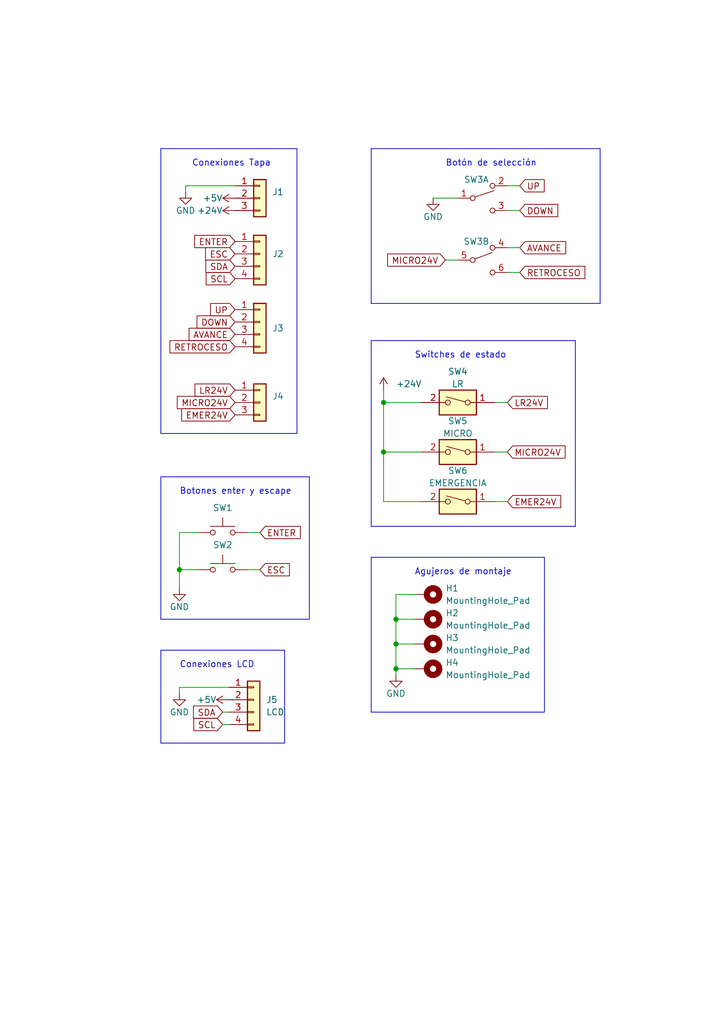
<source format=kicad_sch>
(kicad_sch (version 20211123) (generator eeschema)
  (paper "A5" portrait)
  (title_block (title "Anexo III: Esquemático placa de la tapa"))
  (lib_symbols
    (symbol "Connector_Generic:Conn_01x03" (pin_names (offset 1.016) hide)
      (property "Reference" "J" (at 0 5.08 0))
      (property "Value" "Conn_01x03" (at 0 -5.08 0))
      (symbol "Conn_01x03_1_1"
        (rectangle (start -1.27 -2.413) (end 0 -2.667) (stroke (width 0.1524)))
        (rectangle (start -1.27 0.127) (end 0 -0.127) (stroke (width 0.1524)))
        (rectangle (start -1.27 2.667) (end 0 2.413) (stroke (width 0.1524)))
        (rectangle (start -1.27 3.81) (end 1.27 -3.81) (stroke (width 0.254)) (fill (type background)))
        (pin passive line (at -5.08 2.54 0) (length 3.81) (name "Pin_1") (number "1"))
        (pin passive line (at -5.08 0 0) (length 3.81) (name "Pin_2") (number "2"))
        (pin passive line (at -5.08 -2.54 0) (length 3.81) (name "Pin_3") (number "3"))
      )
    )
    (symbol "Connector_Generic:Conn_01x04" (pin_names (offset 1.016) hide)
      (property "Reference" "J" (at 0 5.08 0))
      (property "Value" "Conn_01x04" (at 0 -7.62 0))
      (symbol "Conn_01x04_1_1"
        (rectangle (start -1.27 -4.953) (end 0 -5.207) (stroke (width 0.1524)))
        (rectangle (start -1.27 -2.413) (end 0 -2.667) (stroke (width 0.1524)))
        (rectangle (start -1.27 0.127) (end 0 -0.127) (stroke (width 0.1524)))
        (rectangle (start -1.27 2.667) (end 0 2.413) (stroke (width 0.1524)))
        (rectangle (start -1.27 3.81) (end 1.27 -6.35) (stroke (width 0.254)) (fill (type background)))
        (pin passive line (at -5.08 2.54 0) (length 3.81) (name "Pin_1") (number "1"))
        (pin passive line (at -5.08 0 0) (length 3.81) (name "Pin_2") (number "2"))
        (pin passive line (at -5.08 -2.54 0) (length 3.81) (name "Pin_3") (number "3"))
        (pin passive line (at -5.08 -5.08 0) (length 3.81) (name "Pin_4") (number "4"))
      )
    )
    (symbol "Mechanical:MountingHole_Pad" (pin_numbers hide) (pin_names (offset 1.016) hide)
      (property "Reference" "H" (at 0 6.35 0))
      (property "Value" "MountingHole_Pad" (at 0 4.445 0))
      (symbol "MountingHole_Pad_0_1"
        (circle (center 0 1.27) (radius 1.27) (stroke (width 1.27)))
      )
      (symbol "MountingHole_Pad_1_1"
        (pin input line (at 0 -2.54 90) (length 2.54) (name "1") (number "1"))
      )
    )
    (symbol "SW_DPDT_x2_1" (pin_names (offset 0) hide)
      (property "Reference" "SW3" (at -1.27 3.81 0))
      (symbol "SW_DPDT_x2_1_0_0"
        (circle (center -2.032 0) (radius 0.508))
        (circle (center 2.032 -2.54) (radius 0.508))
      )
      (symbol "SW_DPDT_x2_1_0_1"
        (polyline (pts (xy -1.524 0.254) (xy 2.255 1.5072)))
        (circle (center 2.032 2.54) (radius 0.508))
      )
      (symbol "SW_DPDT_x2_1_1_1"
        (pin passive line (at -5.08 0 0) (length 2.54) (name "B") (number "1"))
        (pin passive line (at 5.08 2.54 180) (length 2.54) (name "A") (number "2"))
        (pin passive line (at 5.08 -2.54 180) (length 2.54) (name "C") (number "3"))
      )
      (symbol "SW_DPDT_x2_1_2_1"
        (pin passive line (at 5.08 2.54 180) (length 2.54) (name "A") (number "4"))
        (pin passive line (at -5.08 0 0) (length 2.54) (name "B") (number "5"))
        (pin passive line (at 5.08 -2.54 180) (length 2.54) (name "C") (number "6"))
      )
    )
    (symbol "Switch:SW_DIP_x01" (pin_names (offset 0) hide)
      (property "Reference" "SW" (at 0 3.81 0))
      (property "Value" "SW_DIP_x01" (at 0 -3.81 0))
      (symbol "SW_DIP_x01_0_0"
        (circle (center -2.032 0) (radius 0.508))
        (polyline (pts (xy -1.524 0.127) (xy 2.3622 1.1684)))
        (circle (center 2.032 0) (radius 0.508))
      )
      (symbol "SW_DIP_x01_0_1"
        (rectangle (start -3.81 2.54) (end 3.81 -2.54) (stroke (width 0.254)) (fill (type background)))
      )
      (symbol "SW_DIP_x01_1_1"
        (pin passive line (at -7.62 0 0) (length 5.08) (name "~") (number "1"))
        (pin passive line (at 7.62 0 180) (length 5.08) (name "~") (number "2"))
      )
    )
    (symbol "Switch:SW_DPDT_x2" (pin_names (offset 0) hide)
      (symbol "SW_DPDT_x2_0_0"
        (circle (center -2.032 0) (radius 0.508))
        (circle (center 2.032 -2.54) (radius 0.508))
      )
      (symbol "SW_DPDT_x2_0_1"
        (polyline (pts (xy -1.524 0.254) (xy 1.9261 1.5189)))
        (circle (center 2.032 2.54) (radius 0.508))
      )
      (symbol "SW_DPDT_x2_1_1"
        (pin passive line (at 5.08 2.54 180) (length 2.54) (name "A") (number "1"))
        (pin passive line (at -5.08 0 0) (length 2.54) (name "B") (number "2"))
        (pin passive line (at 5.08 -2.54 180) (length 2.54) (name "C") (number "3"))
      )
      (symbol "SW_DPDT_x2_2_1"
        (pin passive line (at 5.08 2.54 180) (length 2.54) (name "A") (number "4"))
        (pin passive line (at -5.08 0 0) (length 2.54) (name "B") (number "5"))
        (pin passive line (at 5.08 -2.54 180) (length 2.54) (name "C") (number "6"))
      )
    )
    (symbol "Switch:SW_Push" (pin_numbers hide) (pin_names (offset 1.016) hide)
      (property "Reference" "SW" (at 1.27 2.54 0))
      (property "Value" "SW_Push" (at 0 -1.524 0))
      (symbol "SW_Push_0_1"
        (circle (center -2.032 0) (radius 0.508))
        (polyline (pts (xy 0 1.27) (xy 0 3.048)))
        (polyline (pts (xy 2.54 1.27) (xy -2.54 1.27)))
        (circle (center 2.032 0) (radius 0.508))
        (pin passive line (at -5.08 0 0) (length 2.54) (name "1") (number "1"))
        (pin passive line (at 5.08 0 180) (length 2.54) (name "2") (number "2"))
      )
    )
    (symbol "power:+24V" (power) (pin_names (offset 0))
      (property "Value" "+24V" (at 0 3.556 0))
      (symbol "+24V_0_1"
        (polyline (pts (xy -0.762 1.27) (xy 0 2.54)))
        (polyline (pts (xy 0 0) (xy 0 2.54)))
        (polyline (pts (xy 0 2.54) (xy 0.762 1.27)))
      )
      (symbol "+24V_1_1"
        (pin power_in line (at 0 0 90) (length 0) hide (name "+24V") (number "1"))
      )
    )
    (symbol "power:+5V" (power) (pin_names (offset 0))
      (property "Value" "+5V" (at 0 3.556 0))
      (symbol "+5V_0_1"
        (polyline (pts (xy -0.762 1.27) (xy 0 2.54)))
        (polyline (pts (xy 0 0) (xy 0 2.54)))
        (polyline (pts (xy 0 2.54) (xy 0.762 1.27)))
      )
      (symbol "+5V_1_1"
        (pin power_in line (at 0 0 90) (length 0) hide (name "+5V") (number "1"))
      )
    )
    (symbol "power:GND" (power) (pin_names (offset 0))
      (property "Value" "GND" (at 0 -3.81 0))
      (symbol "GND_0_1"
        (polyline (pts (xy 0 0) (xy 0 -1.27) (xy 1.27 -1.27) (xy 0 -2.54) (xy -1.27 -1.27) (xy 0 -1.27)))
      )
      (symbol "GND_1_1"
        (pin power_in line (at 0 0 270) (length 0) hide (name "GND") (number "1"))
      )
    )
  )
  (junction (at 78.74 82.55))
  (junction (at 81.28 137.16))
  (junction (at 36.83 116.84))
  (junction (at 81.28 132.08))
  (junction (at 81.28 127))
  (junction (at 78.74 92.71))
  (polyline (pts (xy 58.42 152.4) (xy 33.02 152.4)) (stroke (width 0) (type solid)))
  (wire (pts (xy 36.83 116.84) (xy 36.83 120.65)))
  (polyline (pts (xy 63.5 127) (xy 33.02 127)) (stroke (width 0) (type solid)))
  (polyline (pts (xy 118.11 107.95) (xy 76.2 107.95)) (stroke (width 0) (type solid)))
  (polyline (pts (xy 118.11 69.85) (xy 118.11 107.95)) (stroke (width 0) (type solid)))
  (polyline (pts (xy 33.02 152.4) (xy 33.02 133.35)) (stroke (width 0) (type solid)))
  (polyline (pts (xy 76.2 107.95) (xy 76.2 69.85)) (stroke (width 0) (type solid)))
  (polyline (pts (xy 76.2 69.85) (xy 118.11 69.85)) (stroke (width 0) (type solid)))
  (wire (pts (xy 104.14 43.18) (xy 106.68 43.18)))
  (wire (pts (xy 36.83 140.97) (xy 36.83 142.24)))
  (wire (pts (xy 81.28 127) (xy 81.28 132.08)))
  (polyline (pts (xy 123.19 30.48) (xy 123.19 62.23)) (stroke (width 0) (type solid)))
  (wire (pts (xy 86.36 102.87) (xy 78.74 102.87)))
  (polyline (pts (xy 76.2 146.05) (xy 76.2 114.3)) (stroke (width 0) (type solid)))
  (wire (pts (xy 81.28 132.08) (xy 81.28 137.16)))
  (polyline (pts (xy 123.19 62.23) (xy 76.2 62.23)) (stroke (width 0) (type solid)))
  (wire (pts (xy 38.1 38.1) (xy 38.1 39.37)))
  (wire (pts (xy 40.64 109.22) (xy 36.83 109.22)))
  (polyline (pts (xy 63.5 97.79) (xy 63.5 127)) (stroke (width 0) (type solid)))
  (wire (pts (xy 104.14 38.1) (xy 106.68 38.1)))
  (polyline (pts (xy 33.02 97.79) (xy 63.5 97.79)) (stroke (width 0) (type solid)))
  (polyline (pts (xy 60.96 30.48) (xy 60.96 88.9)) (stroke (width 0) (type solid)))
  (wire (pts (xy 88.9 40.64) (xy 93.98 40.64)))
  (wire (pts (xy 78.74 82.55) (xy 78.74 80.01)))
  (polyline (pts (xy 76.2 114.3) (xy 111.76 114.3)) (stroke (width 0) (type solid)))
  (wire (pts (xy 50.8 109.22) (xy 53.34 109.22)))
  (polyline (pts (xy 76.2 62.23) (xy 76.2 30.48)) (stroke (width 0) (type solid)))
  (wire (pts (xy 46.99 140.97) (xy 36.83 140.97)))
  (wire (pts (xy 104.14 55.88) (xy 106.68 55.88)))
  (wire (pts (xy 85.09 132.08) (xy 81.28 132.08)))
  (polyline (pts (xy 33.02 30.48) (xy 60.96 30.48)) (stroke (width 0) (type solid)))
  (wire (pts (xy 91.44 53.34) (xy 93.98 53.34)))
  (wire (pts (xy 38.1 38.1) (xy 48.26 38.1)))
  (polyline (pts (xy 58.42 133.35) (xy 58.42 152.4)) (stroke (width 0) (type solid)))
  (wire (pts (xy 45.72 148.59) (xy 46.99 148.59)))
  (wire (pts (xy 101.6 82.55) (xy 104.14 82.55)))
  (wire (pts (xy 36.83 109.22) (xy 36.83 116.84)))
  (wire (pts (xy 101.6 92.71) (xy 104.14 92.71)))
  (wire (pts (xy 81.28 121.92) (xy 81.28 127)))
  (polyline (pts (xy 111.76 146.05) (xy 76.2 146.05)) (stroke (width 0) (type solid)))
  (polyline (pts (xy 76.2 30.48) (xy 123.19 30.48)) (stroke (width 0) (type solid)))
  (wire (pts (xy 81.28 138.43) (xy 81.28 137.16)))
  (wire (pts (xy 85.09 121.92) (xy 81.28 121.92)))
  (wire (pts (xy 101.6 102.87) (xy 104.14 102.87)))
  (wire (pts (xy 50.8 116.84) (xy 53.34 116.84)))
  (wire (pts (xy 78.74 92.71) (xy 78.74 102.87)))
  (polyline (pts (xy 60.96 88.9) (xy 33.02 88.9)) (stroke (width 0) (type solid)))
  (polyline (pts (xy 33.02 127) (xy 33.02 97.79)) (stroke (width 0) (type solid)))
  (wire (pts (xy 78.74 92.71) (xy 86.36 92.71)))
  (wire (pts (xy 45.72 146.05) (xy 46.99 146.05)))
  (wire (pts (xy 81.28 137.16) (xy 85.09 137.16)))
  (wire (pts (xy 78.74 82.55) (xy 86.36 82.55)))
  (polyline (pts (xy 33.02 133.35) (xy 58.42 133.35)) (stroke (width 0) (type solid)))
  (wire (pts (xy 40.64 116.84) (xy 36.83 116.84)))
  (wire (pts (xy 104.14 50.8) (xy 106.68 50.8)))
  (polyline (pts (xy 111.76 114.3) (xy 111.76 146.05)) (stroke (width 0) (type solid)))
  (wire (pts (xy 78.74 92.71) (xy 78.74 82.55)))
  (wire (pts (xy 85.09 127) (xy 81.28 127)))
  (polyline (pts (xy 33.02 88.9) (xy 33.02 30.48)) (stroke (width 0) (type solid)))
  (text "Botones enter y escape" (at 36.83 101.6 0) (effects (font (size 1.27 1.27)) (justify left bottom)))
  (text "Botón de selección" (at 91.44 34.29 0) (effects (font (size 1.27 1.27)) (justify left bottom)))
  (text "Conexiones LCD" (at 36.83 137.16 0) (effects (font (size 1.27 1.27)) (justify left bottom)))
  (text "Agujeros de montaje" (at 85.09 118.11 0) (effects (font (size 1.27 1.27)) (justify left bottom)))
  (text "Conexiones Tapa" (at 39.37 34.29 0) (effects (font (size 1.27 1.27)) (justify left bottom)))
  (text "Switches de estado" (at 85.09 73.66 0) (effects (font (size 1.27 1.27)) (justify left bottom)))
  (global_label "UP" (shape input) (at 48.26 63.5 180) (property "Intersheet References" "${INTERSHEET_REFS}" (effects hide)))
  (global_label "DOWN" (shape input) (at 48.26 66.04 180) (property "Intersheet References" "${INTERSHEET_REFS}" (effects hide)))
  (global_label "MICRO24V" (shape input) (at 104.14 92.71 0) (property "Intersheet References" "${INTERSHEET_REFS}" (effects hide)))
  (global_label "MICRO24V" (shape input) (at 48.26 82.55 180) (property "Intersheet References" "${INTERSHEET_REFS}" (effects hide)))
  (global_label "DOWN" (shape input) (at 106.68 43.18 0) (property "Intersheet References" "${INTERSHEET_REFS}" (effects hide)))
  (global_label "SDA" (shape input) (at 45.72 146.05 180) (property "Intersheet References" "${INTERSHEET_REFS}" (effects hide)))
  (global_label "LR24V" (shape input) (at 48.26 80.01 180) (property "Intersheet References" "${INTERSHEET_REFS}" (effects hide)))
  (global_label "LR24V" (shape input) (at 104.14 82.55 0) (property "Intersheet References" "${INTERSHEET_REFS}" (effects hide)))
  (global_label "ENTER" (shape input) (at 48.26 49.53 180) (property "Intersheet References" "${INTERSHEET_REFS}" (effects hide)))
  (global_label "ESC" (shape input) (at 53.34 116.84 0) (property "Intersheet References" "${INTERSHEET_REFS}" (effects hide)))
  (global_label "ENTER" (shape input) (at 53.34 109.22 0) (property "Intersheet References" "${INTERSHEET_REFS}" (effects hide)))
  (global_label "EMER24V" (shape input) (at 48.26 85.09 180) (property "Intersheet References" "${INTERSHEET_REFS}" (effects hide)))
  (global_label "RETROCESO" (shape input) (at 48.26 71.12 180) (property "Intersheet References" "${INTERSHEET_REFS}" (effects hide)))
  (global_label "AVANCE" (shape input) (at 48.26 68.58 180) (property "Intersheet References" "${INTERSHEET_REFS}" (effects hide)))
  (global_label "EMER24V" (shape input) (at 104.14 102.87 0) (property "Intersheet References" "${INTERSHEET_REFS}" (effects hide)))
  (global_label "MICRO24V" (shape input) (at 91.44 53.34 180) (property "Intersheet References" "${INTERSHEET_REFS}" (effects hide)))
  (global_label "SCL" (shape input) (at 48.26 57.15 180) (property "Intersheet References" "${INTERSHEET_REFS}" (effects hide)))
  (global_label "SDA" (shape input) (at 48.26 54.61 180) (property "Intersheet References" "${INTERSHEET_REFS}" (effects hide)))
  (global_label "AVANCE" (shape input) (at 106.68 50.8 0) (property "Intersheet References" "${INTERSHEET_REFS}" (effects hide)))
  (global_label "UP" (shape input) (at 106.68 38.1 0) (property "Intersheet References" "${INTERSHEET_REFS}" (effects hide)))
  (global_label "RETROCESO" (shape input) (at 106.68 55.88 0) (property "Intersheet References" "${INTERSHEET_REFS}" (effects hide)))
  (global_label "SCL" (shape input) (at 45.72 148.59 180) (property "Intersheet References" "${INTERSHEET_REFS}" (effects hide)))
  (global_label "ESC" (shape input) (at 48.26 52.07 180) (property "Intersheet References" "${INTERSHEET_REFS}" (effects hide)))
  (symbol (lib_id "Mechanical:MountingHole_Pad") (at 87.63 132.08 270) (unit 1)
    (property "Reference" "H3" (at 91.44 130.8099 90) (effects (justify left)))
    (property "Value" "MountingHole_Pad" (at 91.44 133.3499 90) (effects (justify left)))
    (property "Footprint" "MountingHole:MountingHole_3.2mm_M3_DIN965_Pad" (effects hide))
  )
  (symbol (lib_id "power:GND") (at 38.1 39.37 0) (unit 1)
    (property "Reference" "#PWR0105" (effects hide))
    (property "Value" "GND" (at 38.1 43.18 0))
  )
  (symbol (lib_id "power:+5V") (at 48.26 40.64 90) (unit 1)
    (property "Reference" "#PWR0107" (effects hide))
    (property "Value" "+5V" (at 45.72 40.64 90) (effects (justify left)))
  )
  (symbol (lib_id "power:+24V") (at 48.26 43.18 90) (unit 1)
    (property "Reference" "#PWR0106" (effects hide))
    (property "Value" "+24V" (at 45.72 43.18 90) (effects (justify left)))
  )
  (symbol (lib_id "Switch:SW_DIP_x01") (at 93.98 82.55 0) (mirror y) (unit 1)
    (property "Reference" "SW4" (at 93.98 76.2 0))
    (property "Value" "LR" (at 93.98 78.74 0))
    (property "Footprint" "TerminalBlock_TE-Connectivity:TerminalBlock_TE_282834-2_1x02_P2.54mm_Horizontal" (effects hide))
  )
  (symbol (lib_id "power:GND") (at 36.83 142.24 0) (unit 1)
    (property "Reference" "#PWR0102" (effects hide))
    (property "Value" "GND" (at 36.83 146.05 0))
  )
  (symbol (lib_id "Mechanical:MountingHole_Pad") (at 87.63 121.92 270) (unit 1)
    (property "Reference" "H1" (at 91.44 120.6499 90) (effects (justify left)))
    (property "Value" "MountingHole_Pad" (at 91.44 123.1899 90) (effects (justify left)))
    (property "Footprint" "MountingHole:MountingHole_3.2mm_M3_DIN965_Pad" (effects hide))
  )
  (symbol (lib_id "power:GND") (at 88.9 40.64 0) (unit 1)
    (property "Reference" "#PWR0104" (effects hide))
    (property "Value" "GND" (at 88.9 44.45 0))
  )
  (symbol (lib_id "Switch:SW_DIP_x01") (at 93.98 102.87 0) (mirror y) (unit 1)
    (property "Reference" "SW6" (at 93.98 96.52 0))
    (property "Value" "EMERGENCIA" (at 93.98 99.06 0))
    (property "Footprint" "TerminalBlock_TE-Connectivity:TerminalBlock_TE_282834-2_1x02_P2.54mm_Horizontal" (effects hide))
  )
  (symbol (lib_id "Switch:SW_DIP_x01") (at 93.98 92.71 0) (mirror y) (unit 1)
    (property "Reference" "SW5" (at 93.98 86.36 0))
    (property "Value" "MICRO" (at 93.98 88.9 0))
    (property "Footprint" "TerminalBlock_TE-Connectivity:TerminalBlock_TE_282834-2_1x02_P2.54mm_Horizontal" (effects hide))
  )
  (symbol (lib_id "Connector_Generic:Conn_01x03") (at 53.34 82.55 0) (unit 1)
    (property "Reference" "J4" (at 55.88 81.2799 0) (effects (justify left)))
    (property "Value" "Conn_01x03" (effects hide))
    (property "Footprint" "TerminalBlock_TE-Connectivity:TerminalBlock_TE_282834-3_1x03_P2.54mm_Horizontal" (effects hide))
  )
  (symbol (lib_name "SW_DPDT_x2_1") (lib_id "Switch:SW_DPDT_x2") (at 99.06 40.64 0) (unit 1)
    (property "Reference" "SW3" (at 97.79 36.83 0))
    (property "Value" "Botón Selección" (effects hide))
    (property "Footprint" "TerminalBlock_TE-Connectivity:TerminalBlock_TE_282834-6_1x06_P2.54mm_Horizontal" (effects hide))
  )
  (symbol (lib_id "Connector_Generic:Conn_01x04") (at 53.34 52.07 0) (unit 1)
    (property "Reference" "J2" (at 55.88 52.0699 0) (effects (justify left)))
    (property "Value" "Conn_01x04" (effects hide))
    (property "Footprint" "TerminalBlock_TE-Connectivity:TerminalBlock_TE_282834-4_1x04_P2.54mm_Horizontal" (effects hide))
  )
  (symbol (lib_id "Switch:SW_DPDT_x2") (at 99.06 53.34 0) (unit 2)
    (property "Reference" "SW3" (at 97.79 49.53 0))
    (property "Value" "Botón Selección" (effects hide))
    (property "Footprint" "TerminalBlock_TE-Connectivity:TerminalBlock_TE_282834-6_1x06_P2.54mm_Horizontal" (effects hide))
  )
  (symbol (lib_id "power:GND") (at 36.83 120.65 0) (unit 1)
    (property "Reference" "#PWR0101" (effects hide))
    (property "Value" "GND" (at 36.83 124.46 0))
  )
  (symbol (lib_id "Mechanical:MountingHole_Pad") (at 87.63 127 270) (unit 1)
    (property "Reference" "H2" (at 91.44 125.7299 90) (effects (justify left)))
    (property "Value" "MountingHole_Pad" (at 91.44 128.2699 90) (effects (justify left)))
    (property "Footprint" "MountingHole:MountingHole_3.2mm_M3_DIN965_Pad" (effects hide))
  )
  (symbol (lib_id "Connector_Generic:Conn_01x03") (at 53.34 40.64 0) (unit 1)
    (property "Reference" "J1" (at 55.88 39.3699 0) (effects (justify left)))
    (property "Value" "Conn_01x03" (effects hide))
    (property "Footprint" "TerminalBlock_TE-Connectivity:TerminalBlock_TE_282834-3_1x03_P2.54mm_Horizontal" (effects hide))
  )
  (symbol (lib_id "power:+24V") (at 78.74 80.01 0) (unit 1)
    (property "Reference" "#PWR0108" (effects hide))
    (property "Value" "+24V" (at 81.28 78.7399 0) (effects (justify left)))
  )
  (symbol (lib_id "Switch:SW_Push") (at 45.72 109.22 0) (unit 1)
    (property "Reference" "SW1" (at 45.72 104.14 0))
    (property "Value" "Enter" (effects hide))
    (property "Footprint" "Button_Switch_THT:SW_PUSH_6mm_H8mm" (effects hide))
  )
  (symbol (lib_id "power:+5V") (at 46.99 143.51 90) (unit 1)
    (property "Reference" "#PWR0103" (effects hide))
    (property "Value" "+5V" (at 44.45 143.51 90) (effects (justify left)))
  )
  (symbol (lib_id "Switch:SW_Push") (at 45.72 116.84 0) (unit 1)
    (property "Reference" "SW2" (at 45.72 111.76 0))
    (property "Value" "ESC" (effects hide))
    (property "Footprint" "Button_Switch_THT:SW_PUSH_6mm_H8mm" (effects hide))
  )
  (symbol (lib_id "Mechanical:MountingHole_Pad") (at 87.63 137.16 270) (unit 1)
    (property "Reference" "H4" (at 91.44 135.8899 90) (effects (justify left)))
    (property "Value" "MountingHole_Pad" (at 91.44 138.4299 90) (effects (justify left)))
    (property "Footprint" "MountingHole:MountingHole_3.2mm_M3_DIN965_Pad" (effects hide))
  )
  (symbol (lib_id "Connector_Generic:Conn_01x04") (at 53.34 66.04 0) (unit 1)
    (property "Reference" "J3" (at 55.88 67.3099 0) (effects (justify left)))
    (property "Value" "Conn_01x04" (effects hide))
    (property "Footprint" "TerminalBlock_TE-Connectivity:TerminalBlock_TE_282834-4_1x04_P2.54mm_Horizontal" (effects hide))
  )
  (symbol (lib_id "Connector_Generic:Conn_01x04") (at 52.07 143.51 0) (unit 1)
    (property "Reference" "J5" (at 54.61 143.51 0) (effects (justify left)))
    (property "Value" "LCD" (at 54.61 146.0499 0) (effects (justify left)))
    (property "Footprint" "TerminalBlock_TE-Connectivity:TerminalBlock_TE_282834-4_1x04_P2.54mm_Horizontal" (effects hide))
  )
  (symbol (lib_id "power:GND") (at 81.28 138.43 0) (unit 1)
    (property "Reference" "#PWR0109" (effects hide))
    (property "Value" "GND" (at 81.28 142.24 0))
  )
)
</source>
